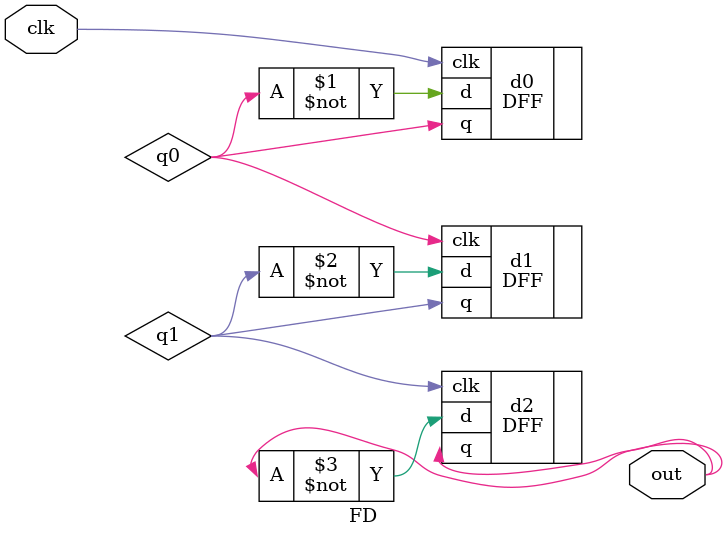
<source format=v>
module FD(
    input clk,
    output wire out
);
wire q0,q1;
DFF d0(.clk(clk),.d(~q0),.q(q0));
DFF d1(.clk(q0),.d(~q1),.q(q1));
DFF d2(.clk(q1),.d(~out),.q(out));
endmodule
</source>
